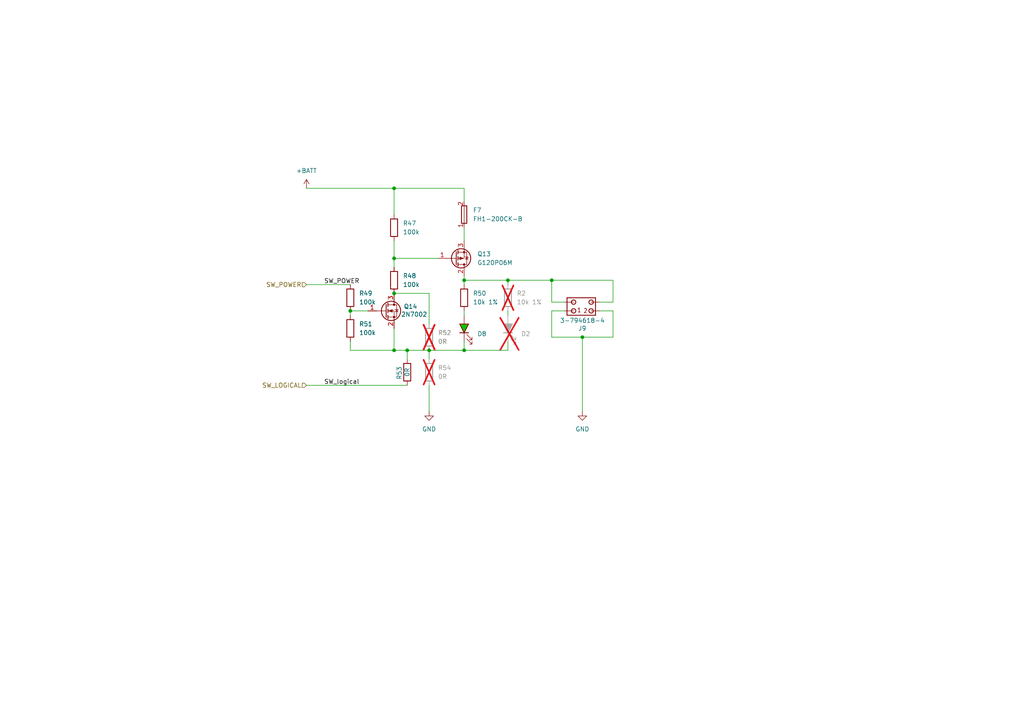
<source format=kicad_sch>
(kicad_sch (version 20250114) (generator "eeschema") (generator_version "9.0")
  (paper "A4")
  (lib_symbols
    (symbol "cocotter_connectors:3-794618-4"
      (property "Reference" "J" (at -0.254 3.556 0))
      (property "Value" "3-794618-4" (at 0 0 0))
      (symbol "3-794618-4_1_0"
        (polyline (pts (xy -4.445 2.54) (xy -4.445 -2.54)) (stroke (width 0.254)))
        (polyline (pts (xy -4.445 2.54) (xy 3.81 2.54)) (stroke (width 0.254)))
        (circle (center -2.54 1.27) (radius 0.635) (stroke (width 0.254)))
        (circle (center -2.54 -1.27) (radius 0.635) (stroke (width 0.254)))
        (circle (center 2.54 1.27) (radius 0.635) (stroke (width 0.254)))
        (circle (center 2.54 -1.27) (radius 0.635) (stroke (width 0.254)))
        (polyline (pts (xy 3.81 -2.54) (xy -4.445 -2.54)) (stroke (width 0.254)))
        (polyline (pts (xy 3.81 -2.54) (xy 3.81 2.54)) (stroke (width 0.254)))
        (text "1" (at -1.524 -1.778 0) (effects (font (size 1.27 1.0795)) (justify left bottom)))
        (text "2" (at 1.524 -0.508 0) (effects (font (size 1.27 1.0795)) (justify right top)))
        (pin passive line (at -5.08 1.27 0) (length 2.54) (name "3") (number "3"))
        (pin passive line (at -5.08 -1.27 0) (length 2.54) (name "1") (number "1"))
        (pin passive line (at 5.08 1.27 180) (length 2.54) (name "4") (number "4"))
        (pin passive line (at 5.08 -1.27 180) (length 2.54) (name "2") (number "2"))
      )
    )
    (symbol "cocotter_diodes:green_led_0603" (pin_numbers (hide yes)) (pin_names (offset 1.016) (hide yes))
      (property "Reference" "D" (at 0 2.54 0))
      (symbol "green_led_0603_0_1"
        (polyline (pts (xy -3.048 -0.762) (xy -4.572 -2.286) (xy -3.81 -2.286) (xy -4.572 -2.286) (xy -4.572 -1.524)))
        (polyline (pts (xy -1.778 -0.762) (xy -3.302 -2.286) (xy -2.54 -2.286) (xy -3.302 -2.286) (xy -3.302 -1.524)))
        (polyline (pts (xy -1.27 -1.27) (xy -1.27 1.27)) (stroke (width 0.254)))
      )
      (symbol "green_led_0603_1_1"
        (polyline (pts (xy 1.27 -1.27) (xy 1.27 1.27) (xy -1.27 0) (xy 1.27 -1.27)) (stroke (width 0.254)) (fill (type color) (color 0 194 0 1)))
        (pin passive line (at -3.81 0 0) (length 2.54) (name "C") (number "C"))
        (pin passive line (at 3.81 0 180) (length 2.54) (name "A") (number "A"))
      )
    )
    (symbol "cocotter_others:FH1-200CK-B" (pin_names (hide yes))
      (property "Reference" "F" (at -0.508 2.54 0))
      (property "Value" "FH1-200CK-B" (at 0.0076 -1.8079 0))
      (symbol "FH1-200CK-B_0_1"
        (polyline (pts (xy -2.54 0) (xy 2.54 0)))
        (rectangle (start 2.54 -0.762) (end -2.54 0.762) (stroke (width 0.254)))
      )
      (symbol "FH1-200CK-B_1_1"
        (pin passive line (at -3.81 0 0) (length 1.27) (name "~") (number "1"))
        (pin passive line (at 3.81 0 180) (length 1.27) (name "~") (number "2"))
      )
    )
    (symbol "cocotter_resistors:R_0R_0603" (pin_numbers (hide yes)) (pin_names (offset 0))
      (property "Reference" "R" (at 1.27 1.27 0))
      (property "Value" "0R" (at 3.81 -1.27 0))
      (symbol "R_0R_0603_0_1"
        (rectangle (start -1.016 -2.54) (end 1.016 2.54) (stroke (width 0.254)))
      )
      (symbol "R_0R_0603_1_1"
        (pin passive line (at 0 3.81 270) (length 1.27) (name "~") (number "1"))
        (pin passive line (at 0 -3.81 90) (length 1.27) (name "~") (number "2"))
      )
    )
    (symbol "cocotter_resistors:R_100k_0603_1%" (pin_numbers (hide yes)) (pin_names (offset 0))
      (property "Reference" "R" (at 1.27 1.27 0))
      (property "Value" "100k" (at 3.81 -1.27 0))
      (symbol "R_100k_0603_1%_0_1"
        (rectangle (start -1.016 -2.54) (end 1.016 2.54) (stroke (width 0.254)))
      )
      (symbol "R_100k_0603_1%_1_1"
        (pin passive line (at 0 3.81 270) (length 1.27) (name "~") (number "1"))
        (pin passive line (at 0 -3.81 90) (length 1.27) (name "~") (number "2"))
      )
    )
    (symbol "cocotter_resistors:R_10k_0603_1%" (pin_numbers (hide yes)) (pin_names (offset 0))
      (property "Reference" "R" (at 1.27 1.27 0))
      (property "Value" "10k 1%" (at 3.81 -1.27 0))
      (symbol "R_10k_0603_1%_0_1"
        (rectangle (start -1.016 -2.54) (end 1.016 2.54) (stroke (width 0.254)))
      )
      (symbol "R_10k_0603_1%_1_1"
        (pin passive line (at 0 3.81 270) (length 1.27) (name "~") (number "1"))
        (pin passive line (at 0 -3.81 90) (length 1.27) (name "~") (number "2"))
      )
    )
    (symbol "cocotter_transistors:2N7002" (pin_names (hide yes))
      (property "Reference" "Q" (at 5.08 1.905 0))
      (property "Value" "2N7002" (at 5.08 0 0))
      (symbol "2N7002_0_1"
        (polyline (pts (xy 0.254 1.905) (xy 0.254 -1.905)) (stroke (width 0.254)))
        (polyline (pts (xy 0.254 0) (xy -2.54 0)))
        (polyline (pts (xy 0.762 2.286) (xy 0.762 1.27)) (stroke (width 0.254)))
        (polyline (pts (xy 0.762 0.508) (xy 0.762 -0.508)) (stroke (width 0.254)))
        (polyline (pts (xy 0.762 -1.27) (xy 0.762 -2.286)) (stroke (width 0.254)))
        (polyline (pts (xy 0.762 -1.778) (xy 3.302 -1.778) (xy 3.302 1.778) (xy 0.762 1.778)))
        (polyline (pts (xy 1.016 0) (xy 2.032 0.381) (xy 2.032 -0.381) (xy 1.016 0)) (fill (type outline)))
        (circle (center 1.651 0) (radius 2.794) (stroke (width 0.254)))
        (polyline (pts (xy 2.54 2.54) (xy 2.54 1.778)))
        (circle (center 2.54 1.778) (radius 0.254) (fill (type outline)))
        (circle (center 2.54 -1.778) (radius 0.254) (fill (type outline)))
        (polyline (pts (xy 2.54 -2.54) (xy 2.54 0) (xy 0.762 0)))
        (polyline (pts (xy 2.794 0.508) (xy 2.921 0.381) (xy 3.683 0.381) (xy 3.81 0.254)))
        (polyline (pts (xy 3.302 0.381) (xy 2.921 -0.254) (xy 3.683 -0.254) (xy 3.302 0.381)))
      )
      (symbol "2N7002_1_1"
        (pin input line (at -5.08 0 0) (length 2.54) (name "G") (number "1"))
        (pin passive line (at 2.54 5.08 270) (length 2.54) (name "D") (number "3"))
        (pin passive line (at 2.54 -5.08 90) (length 2.54) (name "S") (number "2"))
      )
    )
    (symbol "cocotter_transistors:G120P06M" (pin_names (hide yes))
      (property "Reference" "Q" (at -5.842 -4.318 0))
      (property "Value" "G120P06M" (at 0 0 0))
      (symbol "G120P06M_0_1"
        (polyline (pts (xy -2.286 1.905) (xy -2.286 -1.905)) (stroke (width 0.254)))
        (polyline (pts (xy -2.286 0) (xy -5.08 0)))
        (polyline (pts (xy -1.778 2.286) (xy -1.778 1.27)) (stroke (width 0.254)))
        (polyline (pts (xy -1.778 1.778) (xy 0.762 1.778) (xy 0.762 -1.778) (xy -1.778 -1.778)))
        (polyline (pts (xy -1.778 0.508) (xy -1.778 -0.508)) (stroke (width 0.254)))
        (polyline (pts (xy -1.778 -1.27) (xy -1.778 -2.286)) (stroke (width 0.254)))
        (circle (center -0.889 0) (radius 2.794) (stroke (width 0.254)))
        (polyline (pts (xy -0.254 0) (xy -1.27 0.381) (xy -1.27 -0.381) (xy -0.254 0)) (fill (type outline)))
        (polyline (pts (xy 0 2.54) (xy 0 1.778)))
        (circle (center 0 1.778) (radius 0.254) (fill (type outline)))
        (circle (center 0 -1.778) (radius 0.254) (fill (type outline)))
        (polyline (pts (xy 0 -2.54) (xy 0 0) (xy -1.778 0)))
        (polyline (pts (xy 0.254 -0.508) (xy 0.381 -0.381) (xy 1.143 -0.381) (xy 1.27 -0.254)))
        (polyline (pts (xy 0.762 -0.381) (xy 0.381 0.254) (xy 1.143 0.254) (xy 0.762 -0.381)))
      )
      (symbol "G120P06M_1_1"
        (pin input line (at -7.62 0 0) (length 2.54) (name "G") (number "1"))
        (pin passive line (at 0 5.08 270) (length 2.54) (name "D") (number "2"))
        (pin passive line (at 0 -5.08 90) (length 2.54) (name "S") (number "3"))
      )
    )
    (symbol "power:+BATT" (power) (pin_numbers (hide yes)) (pin_names (offset 0) (hide yes))
      (property "Value" "+BATT" (at 0 3.556 0))
      (symbol "+BATT_0_1"
        (polyline (pts (xy -0.762 1.27) (xy 0 2.54)))
        (polyline (pts (xy 0 2.54) (xy 0.762 1.27)))
        (polyline (pts (xy 0 0) (xy 0 2.54)))
      )
      (symbol "+BATT_1_1"
        (pin power_in line (at 0 0 90) (length 0) (name "~") (number "1"))
      )
    )
    (symbol "power:GND" (power) (pin_numbers (hide yes)) (pin_names (offset 0) (hide yes))
      (property "Value" "GND" (at 0 -3.81 0))
      (symbol "GND_0_1"
        (polyline (pts (xy 0 0) (xy 0 -1.27) (xy 1.27 -1.27) (xy 0 -2.54) (xy -1.27 -1.27) (xy 0 -1.27)))
      )
      (symbol "GND_1_1"
        (pin power_in line (at 0 0 270) (length 0) (name "~") (number "1"))
      )
    )
  )
  (junction (at 147.32 81.28))
  (junction (at 118.11 101.6))
  (junction (at 114.3 54.61))
  (junction (at 114.3 74.93))
  (junction (at 101.6 90.17))
  (junction (at 134.62 101.6))
  (junction (at 114.3 101.6))
  (junction (at 168.91 97.79))
  (junction (at 160.02 81.28))
  (junction (at 134.62 81.28))
  (junction (at 124.46 101.6))
  (junction (at 114.3 85.09))
  (wire (pts (xy 114.3 101.6) (xy 114.3 95.25)))
  (wire (pts (xy 124.46 101.6) (xy 124.46 104.14)))
  (wire (pts (xy 114.3 101.6) (xy 118.11 101.6)))
  (wire (pts (xy 101.6 99.06) (xy 101.6 101.6)))
  (wire (pts (xy 101.6 90.17) (xy 101.6 91.44)))
  (wire (pts (xy 160.02 81.28) (xy 160.02 87.63)))
  (wire (pts (xy 177.8 81.28) (xy 177.8 87.63)))
  (wire (pts (xy 134.62 90.17) (xy 134.62 91.44)))
  (wire (pts (xy 124.46 101.6) (xy 118.11 101.6)))
  (wire (pts (xy 114.3 69.85) (xy 114.3 74.93)))
  (wire (pts (xy 88.9 54.61) (xy 114.3 54.61)))
  (wire (pts (xy 114.3 54.61) (xy 114.3 62.23)))
  (wire (pts (xy 134.62 81.28) (xy 134.62 82.55)))
  (wire (pts (xy 168.91 97.79) (xy 168.91 119.38)))
  (wire (pts (xy 134.62 101.6) (xy 124.46 101.6)))
  (wire (pts (xy 160.02 97.79) (xy 168.91 97.79)))
  (wire (pts (xy 160.02 87.63) (xy 163.83 87.63)))
  (wire (pts (xy 134.62 80.01) (xy 134.62 81.28)))
  (wire (pts (xy 177.8 97.79) (xy 177.8 90.17)))
  (wire (pts (xy 124.46 93.98) (xy 124.46 85.09)))
  (wire (pts (xy 118.11 101.6) (xy 118.11 104.14)))
  (wire (pts (xy 160.02 81.28) (xy 177.8 81.28)))
  (wire (pts (xy 114.3 77.47) (xy 114.3 74.93)))
  (wire (pts (xy 134.62 66.04) (xy 134.62 69.85)))
  (wire (pts (xy 114.3 54.61) (xy 134.62 54.61)))
  (wire (pts (xy 168.91 97.79) (xy 177.8 97.79)))
  (wire (pts (xy 177.8 87.63) (xy 173.99 87.63)))
  (wire (pts (xy 124.46 111.76) (xy 124.46 119.38)))
  (wire (pts (xy 101.6 101.6) (xy 114.3 101.6)))
  (wire (pts (xy 147.32 99.06) (xy 147.32 101.6)))
  (wire (pts (xy 134.62 99.06) (xy 134.62 101.6)))
  (wire (pts (xy 124.46 85.09) (xy 114.3 85.09)))
  (wire (pts (xy 177.8 90.17) (xy 173.99 90.17)))
  (wire (pts (xy 114.3 74.93) (xy 127 74.93)))
  (wire (pts (xy 147.32 90.17) (xy 147.32 91.44)))
  (wire (pts (xy 160.02 90.17) (xy 163.83 90.17)))
  (wire (pts (xy 147.32 81.28) (xy 147.32 82.55)))
  (wire (pts (xy 134.62 81.28) (xy 147.32 81.28)))
  (wire (pts (xy 147.32 81.28) (xy 160.02 81.28)))
  (wire (pts (xy 101.6 90.17) (xy 106.68 90.17)))
  (wire (pts (xy 88.9 82.55) (xy 101.6 82.55)))
  (wire (pts (xy 134.62 58.42) (xy 134.62 54.61)))
  (wire (pts (xy 88.9 111.76) (xy 118.11 111.76)))
  (wire (pts (xy 147.32 101.6) (xy 134.62 101.6)))
  (wire (pts (xy 160.02 90.17) (xy 160.02 97.79)))
  (label "SW_POWER" (at 93.98 82.55 0))
  (label "SW_logical" (at 93.98 111.76 0))
  (hierarchical_label "SW_POWER" (shape input) (at 88.9 82.55 180))
  (hierarchical_label "SW_LOGICAL" (shape input) (at 88.9 111.76 180))
  (symbol (lib_id "cocotter_diodes:green_led_0603") (at 147.32 95.25 90) (unit 1) (dnp yes)
    (property "Reference" "D1" (at 151.13 96.8374 90) (effects (justify right)))
    (property "Value" "green, 0603" (effects (hide yes)))
    (property "Footprint" "cocotter_diodes:LED_0603_1608Metric" (effects (hide yes)))
    (property "Description" "Light emitting diode, Green, Vf=[2V; 2.4V]" (effects (hide yes)))
    (property "DIGIKEY_REF" "3147-B19Y1UYG-20C000313U1930CT-ND" (effects (hide yes)))
    (property "MOUSER_REF" "710-150060VS55040" (effects (hide yes)))
    (property "JLCPCB Part #" "C22371299" (effects (hide yes)))
    (instances (project "tricotter" (path "" (reference "D2") (unit 1)) (path "" (reference "D3") (unit 1)) (path "" (reference "D1") (unit 1))))
  )
  (symbol (lib_id "power:GND") (at 124.46 119.38 0) (unit 1)
    (property "Reference" "#PWR21" (effects (hide yes)))
    (property "Value" "GND" (at 124.46 124.46 0))
    (property "Description" "Power symbol creates a global label with name \"GND\" , ground" (effects (hide yes)))
    (instances (project "tricotter" (path "" (reference "#PWR0101") (unit 1)) (path "" (reference "#PWR0104") (unit 1)) (path "" (reference "#PWR21") (unit 1))))
  )
  (symbol (lib_id "cocotter_resistors:R_10k_0603_1%") (at 134.62 86.36 0) (unit 1)
    (property "Reference" "R42" (at 137.16 85.0899 0) (effects (justify left)))
    (property "Value" "10k 1%" (at 137.16 87.6299 0) (effects (justify left)))
    (property "Footprint" "cocotter_resistor:r0603_reflow" (effects (hide yes)))
    (property "Description" "Resistor" (effects (hide yes)))
    (property "Specification" "10k 0603 1% 100mW" (effects (hide yes)))
    (property "mouser" "603-RC0603FR-10100KL" (effects (hide yes)))
    (property "JLCPCB Part #" "C25804" (effects (hide yes)))
    (instances (project "tricotter" (path "" (reference "R50") (unit 1)) (path "" (reference "R58") (unit 1)) (path "" (reference "R42") (unit 1))))
  )
  (symbol (lib_id "cocotter_resistors:R_100k_0603_1%") (at 101.6 95.25 0) (unit 1)
    (property "Reference" "R43" (at 104.14 93.9799 0) (effects (justify left)))
    (property "Value" "100k" (at 104.14 96.5199 0) (effects (justify left)))
    (property "Footprint" "cocotter_resistor:r0603_reflow" (effects (hide yes)))
    (property "Description" "Resistor" (effects (hide yes)))
    (property "Specification" "100k 0603 1% 100mW" (effects (hide yes)))
    (property "mouser" "603-RC0603FR-10100KL" (effects (hide yes)))
    (property "JLCPCB Part #" "C25803" (effects (hide yes)))
    (instances (project "tricotter" (path "" (reference "R51") (unit 1)) (path "" (reference "R59") (unit 1)) (path "" (reference "R43") (unit 1))))
  )
  (symbol (lib_id "cocotter_resistors:R_0R_0603") (at 118.11 107.95 180) (unit 1)
    (property "Reference" "R45" (at 115.824 108.204 90))
    (property "Value" "0R" (at 118.11 107.95 90))
    (property "Footprint" "cocotter_resistor:r0603_reflow" (effects (hide yes)))
    (property "Description" "Resistor" (effects (hide yes)))
    (property "Specification" "0R 0603 20mOhms max 100mW" (effects (hide yes)))
    (property "JLCPCB Part #" "C431718" (effects (hide yes)))
    (instances (project "tricotter" (path "" (reference "R53") (unit 1)) (path "" (reference "R61") (unit 1)) (path "" (reference "R45") (unit 1))))
  )
  (symbol (lib_id "power:GND") (at 168.91 119.38 0) (unit 1)
    (property "Reference" "#PWR22" (effects (hide yes)))
    (property "Value" "GND" (at 168.91 124.46 0))
    (property "Description" "Power symbol creates a global label with name \"GND\" , ground" (effects (hide yes)))
    (instances (project "tricotter" (path "" (reference "#PWR0102") (unit 1)) (path "" (reference "#PWR0105") (unit 1)) (path "" (reference "#PWR22") (unit 1))))
  )
  (symbol (lib_id "cocotter_others:FH1-200CK-B") (at 134.62 62.23 90) (unit 1)
    (property "Reference" "F6" (at 137.16 60.9599 90) (effects (justify right)))
    (property "Value" "FH1-200CK-B" (at 137.16 63.4999 90) (effects (justify right)))
    (property "Footprint" "cocotter_others:FUSEHOLDER_5x20mm" (effects (hide yes)))
    (property "Datasheet" "https://jlcpcb.com/api/file/downloadByFileSystemAccessId/8588943920449392640" (effects (hide yes)))
    (property "Description" "fuse holder, 5x20 mm, 10A 250VAC, through hole" (effects (hide yes)))
    (property "JLCPCB Part #" "C136374" (effects (hide yes)))
    (instances (project "tricotter" (path "" (reference "F7") (unit 1)) (path "" (reference "F8") (unit 1)) (path "" (reference "F6") (unit 1))))
  )
  (symbol (lib_id "cocotter_diodes:green_led_0603") (at 134.62 95.25 90) (unit 1)
    (property "Reference" "D7" (at 138.43 96.8374 90) (effects (justify right)))
    (property "Value" "green, 0603" (effects (hide yes)))
    (property "Footprint" "cocotter_diodes:LED_0603_1608Metric" (effects (hide yes)))
    (property "Description" "Light emitting diode, Green, Vf=[2V; 2.4V]" (effects (hide yes)))
    (property "DIGIKEY_REF" "3147-B19Y1UYG-20C000313U1930CT-ND" (effects (hide yes)))
    (property "MOUSER_REF" "710-150060VS55040" (effects (hide yes)))
    (property "JLCPCB Part #" "C22371299" (effects (hide yes)))
    (instances (project "tricotter" (path "" (reference "D8") (unit 1)) (path "" (reference "D9") (unit 1)) (path "" (reference "D7") (unit 1))))
  )
  (symbol (lib_id "cocotter_connectors:3-794618-4") (at 168.91 88.9 0) (unit 1)
    (property "Reference" "J8" (at 168.91 95.25 0))
    (property "Value" "3-794618-4" (at 168.91 92.964 0))
    (property "Footprint" "cocotter_connectors:3-794618-4" (effects (hide yes)))
    (property "Datasheet" "https://www.te.com/commerce/DocumentDelivery/DDEController?Action=srchrtrv&DocNm=82181_SOFTSHELL_HIGH_DENSITY&DocType=Catalog%20Section&DocLang=English&DocFormat=pdf&PartCntxt=794618-4" (effects (hide yes)))
    (property "Description" "2x2POS MICRO MNL ASSY, R/A HDR" (effects (hide yes)))
    (instances (project "tricotter" (path "" (reference "J9") (unit 1)) (path "" (reference "J10") (unit 1)) (path "" (reference "J8") (unit 1))))
  )
  (symbol (lib_id "cocotter_resistors:R_0R_0603") (at 124.46 97.79 0) (unit 1) (dnp yes)
    (property "Reference" "R44" (at 127 96.5199 0) (effects (justify left)))
    (property "Value" "0R" (at 127 99.0599 0) (effects (justify left)))
    (property "Footprint" "cocotter_resistor:r0603_reflow" (effects (hide yes)))
    (property "Description" "Resistor" (effects (hide yes)))
    (property "Specification" "0R 0603 20mOhms max 100mW" (effects (hide yes)))
    (property "JLCPCB Part #" "C431718" (effects (hide yes)))
    (instances (project "tricotter" (path "" (reference "R52") (unit 1)) (path "" (reference "R60") (unit 1)) (path "" (reference "R44") (unit 1))))
  )
  (symbol (lib_id "cocotter_resistors:R_100k_0603_1%") (at 101.6 86.36 0) (unit 1)
    (property "Reference" "R41" (at 104.14 85.0899 0) (effects (justify left)))
    (property "Value" "100k" (at 104.14 87.6299 0) (effects (justify left)))
    (property "Footprint" "cocotter_resistor:r0603_reflow" (effects (hide yes)))
    (property "Description" "Resistor" (effects (hide yes)))
    (property "Specification" "100k 0603 1% 100mW" (effects (hide yes)))
    (property "mouser" "603-RC0603FR-10100KL" (effects (hide yes)))
    (property "JLCPCB Part #" "C25803" (effects (hide yes)))
    (instances (project "tricotter" (path "" (reference "R49") (unit 1)) (path "" (reference "R57") (unit 1)) (path "" (reference "R41") (unit 1))))
  )
  (symbol (lib_id "cocotter_resistors:R_10k_0603_1%") (at 147.32 86.36 0) (unit 1) (dnp yes)
    (property "Reference" "R1" (at 149.86 85.0899 0) (effects (justify left)))
    (property "Value" "10k 1%" (at 149.86 87.6299 0) (effects (justify left)))
    (property "Footprint" "cocotter_resistor:r0603_reflow" (effects (hide yes)))
    (property "Description" "Resistor" (effects (hide yes)))
    (property "Specification" "10k 0603 1% 100mW" (effects (hide yes)))
    (property "mouser" "603-RC0603FR-10100KL" (effects (hide yes)))
    (property "JLCPCB Part #" "C25804" (effects (hide yes)))
    (instances (project "tricotter" (path "" (reference "R2") (unit 1)) (path "" (reference "R3") (unit 1)) (path "" (reference "R1") (unit 1))))
  )
  (symbol (lib_id "power:+BATT") (at 88.9 54.61 0) (unit 1)
    (property "Reference" "#PWR23" (effects (hide yes)))
    (property "Value" "+BATT" (at 88.9 49.53 0))
    (property "Description" "Power symbol creates a global label with name \"+BATT\"" (effects (hide yes)))
    (instances (project "tricotter" (path "" (reference "#PWR0103") (unit 1)) (path "" (reference "#PWR0106") (unit 1)) (path "" (reference "#PWR23") (unit 1))))
  )
  (symbol (lib_id "cocotter_resistors:R_100k_0603_1%") (at 114.3 66.04 0) (unit 1)
    (property "Reference" "R39" (at 116.84 64.7699 0) (effects (justify left)))
    (property "Value" "100k" (at 116.84 67.3099 0) (effects (justify left)))
    (property "Footprint" "cocotter_resistor:r0603_reflow" (effects (hide yes)))
    (property "Description" "Resistor" (effects (hide yes)))
    (property "Specification" "100k 0603 1% 100mW" (effects (hide yes)))
    (property "mouser" "603-RC0603FR-10100KL" (effects (hide yes)))
    (property "JLCPCB Part #" "C25803" (effects (hide yes)))
    (instances (project "tricotter" (path "" (reference "R47") (unit 1)) (path "" (reference "R55") (unit 1)) (path "" (reference "R39") (unit 1))))
  )
  (symbol (lib_id "cocotter_resistors:R_0R_0603") (at 124.46 107.95 0) (unit 1) (dnp yes)
    (property "Reference" "R46" (at 127 106.6799 0) (effects (justify left)))
    (property "Value" "0R" (at 127 109.2199 0) (effects (justify left)))
    (property "Footprint" "cocotter_resistor:r0603_reflow" (effects (hide yes)))
    (property "Description" "Resistor" (effects (hide yes)))
    (property "Specification" "0R 0603 20mOhms max 100mW" (effects (hide yes)))
    (property "JLCPCB Part #" "C431718" (effects (hide yes)))
    (instances (project "tricotter" (path "" (reference "R54") (unit 1)) (path "" (reference "R62") (unit 1)) (path "" (reference "R46") (unit 1))))
  )
  (symbol (lib_id "cocotter_resistors:R_100k_0603_1%") (at 114.3 81.28 0) (unit 1)
    (property "Reference" "R40" (at 116.84 80.0099 0) (effects (justify left)))
    (property "Value" "100k" (at 116.84 82.5499 0) (effects (justify left)))
    (property "Footprint" "cocotter_resistor:r0603_reflow" (effects (hide yes)))
    (property "Description" "Resistor" (effects (hide yes)))
    (property "Specification" "100k 0603 1% 100mW" (effects (hide yes)))
    (property "mouser" "603-RC0603FR-10100KL" (effects (hide yes)))
    (property "JLCPCB Part #" "C25803" (effects (hide yes)))
    (instances (project "tricotter" (path "" (reference "R48") (unit 1)) (path "" (reference "R56") (unit 1)) (path "" (reference "R40") (unit 1))))
  )
  (symbol (lib_id "cocotter_transistors:2N7002") (at 111.76 90.17 0) (unit 1)
    (property "Reference" "Q12" (at 117.094 88.9 0) (effects (justify left)))
    (property "Value" "2N7002" (at 116.332 91.186 0) (effects (justify left)))
    (property "Footprint" "cocotter_transistors:SOT-23-3" (effects (hide yes)))
    (property "Datasheet" "https://www.onsemi.com/pub/Collateral/NDS7002A-D.PDF" (effects (hide yes)))
    (property "Description" "0.115A Id, 60V Vds, N-Channel MOSFET, SOT-23" (effects (hide yes)))
    (property "JLCPCB Part #" "C8545" (effects (hide yes)))
    (instances (project "tricotter" (path "" (reference "Q14") (unit 1)) (path "" (reference "Q16") (unit 1)) (path "" (reference "Q12") (unit 1))))
  )
  (symbol (lib_id "cocotter_transistors:G120P06M") (at 134.62 74.93 0) (mirror x) (unit 1)
    (property "Reference" "Q11" (at 138.43 73.6599 0) (effects (justify left)))
    (property "Value" "G120P06M" (at 138.43 76.1999 0) (effects (justify left)))
    (property "Footprint" "cocotter_transistors:TO-263-2-GOFORD" (effects (hide yes)))
    (property "Datasheet" "https://www.gofordsemi.com/upload/cn/propdf/G120P06M.pdf" (effects (hide yes)))
    (property "Description" "VDS max -60V, ID max -120A, rdson 8.5mOhms, Vgs max +/-20V" (effects (hide yes)))
    (property "JLCPCB Part #" "C5162393" (effects (hide yes)))
    (instances (project "tricotter" (path "" (reference "Q13") (unit 1)) (path "" (reference "Q15") (unit 1)) (path "" (reference "Q11") (unit 1))))
  )
)
</source>
